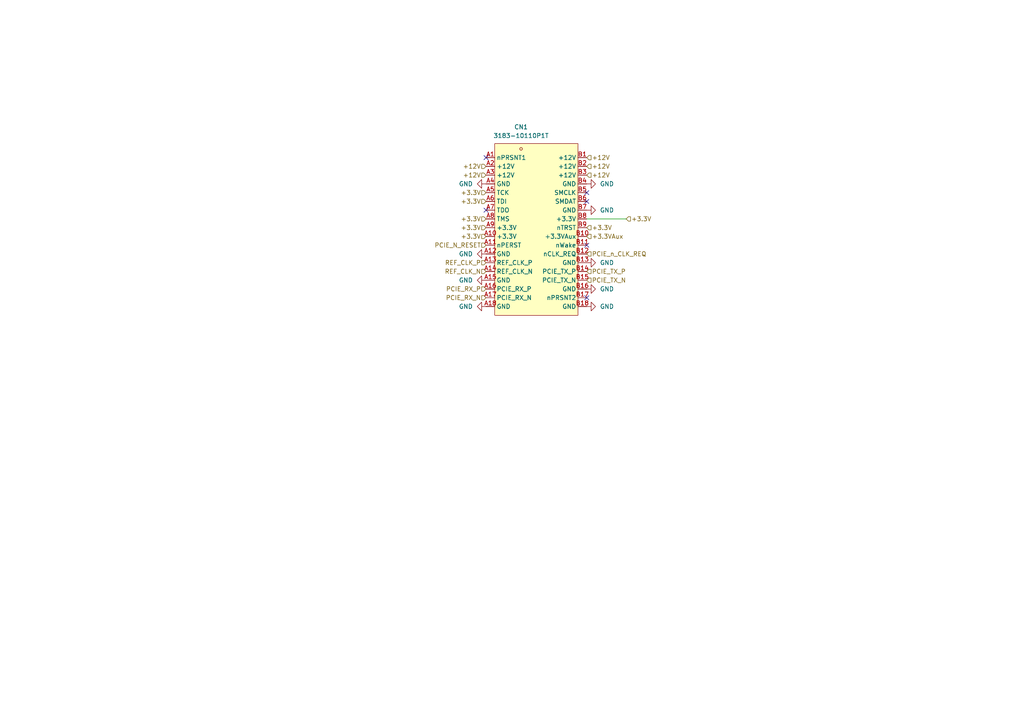
<source format=kicad_sch>
(kicad_sch (version 20230121) (generator eeschema)
  (paper "A4")
  (lib_symbols
    (symbol "NEW:3183-10110P1T"
      (property "Reference" "CN" (at 0 25.4 0))
      (property "Value" "3183-10110P1T" (at 0 -27.94 0))
      (symbol "3183-10110P1T_0_1"
        (rectangle (start -7.62 24.38) (end 16.51 -25.4) (fill (type background)))
        (circle (center 0 22.86) (radius 0.38))
        (pin unspecified line (at -10.16 20.32 0) (length 2.54) (name "nPRSNT1") (number "A1"))
        (pin unspecified line (at -10.16 -2.54 0) (length 2.54) (name "+3.3V") (number "A10"))
        (pin unspecified line (at -10.16 -5.08 0) (length 2.54) (name "nPERST") (number "A11"))
        (pin unspecified line (at -10.16 -7.62 0) (length 2.54) (name "GND") (number "A12"))
        (pin unspecified line (at -10.16 -10.16 0) (length 2.54) (name "REF_CLK_P") (number "A13"))
        (pin unspecified line (at -10.16 -12.7 0) (length 2.54) (name "REF_CLK_N") (number "A14"))
        (pin unspecified line (at -10.16 -15.24 0) (length 2.54) (name "GND") (number "A15"))
        (pin unspecified line (at -10.16 -17.78 0) (length 2.54) (name "PCIE_RX_P") (number "A16"))
        (pin unspecified line (at -10.16 -20.32 0) (length 2.54) (name "PCIE_RX_N") (number "A17"))
        (pin unspecified line (at -10.16 -22.86 0) (length 2.54) (name "GND") (number "A18"))
        (pin unspecified line (at -10.16 17.78 0) (length 2.54) (name "+12V") (number "A2"))
        (pin unspecified line (at -10.16 15.24 0) (length 2.54) (name "+12V") (number "A3"))
        (pin unspecified line (at -10.16 12.7 0) (length 2.54) (name "GND") (number "A4"))
        (pin unspecified line (at -10.16 10.16 0) (length 2.54) (name "TCK") (number "A5"))
        (pin unspecified line (at -10.16 7.62 0) (length 2.54) (name "TDI") (number "A6"))
        (pin unspecified line (at -10.16 5.08 0) (length 2.54) (name "TDO") (number "A7"))
        (pin unspecified line (at -10.16 2.54 0) (length 2.54) (name "TMS") (number "A8"))
        (pin unspecified line (at -10.16 0 0) (length 2.54) (name "+3.3V") (number "A9"))
        (pin unspecified line (at 19.05 20.32 180) (length 2.54) (name "+12V") (number "B1"))
        (pin unspecified line (at 19.05 -2.54 180) (length 2.54) (name "+3.3VAux") (number "B10"))
        (pin unspecified line (at 19.05 -5.08 180) (length 2.54) (name "nWake") (number "B11"))
        (pin unspecified line (at 19.05 -7.62 180) (length 2.54) (name "nCLK_REQ") (number "B12"))
        (pin unspecified line (at 19.05 -10.16 180) (length 2.54) (name "GND") (number "B13"))
        (pin unspecified line (at 19.05 -12.7 180) (length 2.54) (name "PCIE_TX_P") (number "B14"))
        (pin unspecified line (at 19.05 -15.24 180) (length 2.54) (name "PCIE_TX_N") (number "B15"))
        (pin unspecified line (at 19.05 -17.78 180) (length 2.54) (name "GND") (number "B16"))
        (pin unspecified line (at 19.05 -20.32 180) (length 2.54) (name "nPRSNT2") (number "B17"))
        (pin unspecified line (at 19.05 -22.86 180) (length 2.54) (name "GND") (number "B18"))
        (pin unspecified line (at 19.05 17.78 180) (length 2.54) (name "+12V") (number "B2"))
        (pin unspecified line (at 19.05 15.24 180) (length 2.54) (name "+12V") (number "B3"))
        (pin unspecified line (at 19.05 12.7 180) (length 2.54) (name "GND") (number "B4"))
        (pin unspecified line (at 19.05 10.16 180) (length 2.54) (name "SMCLK") (number "B5"))
        (pin unspecified line (at 19.05 7.62 180) (length 2.54) (name "SMDAT") (number "B6"))
        (pin unspecified line (at 19.05 5.08 180) (length 2.54) (name "GND") (number "B7"))
        (pin unspecified line (at 19.05 2.54 180) (length 2.54) (name "+3.3V") (number "B8"))
        (pin unspecified line (at 19.05 0 180) (length 2.54) (name "nTRST") (number "B9"))
      )
    )
    (symbol "power:GND" (power) (pin_names (offset 0))
      (property "Value" "GND" (at 0 -3.81 0))
      (symbol "GND_0_1"
        (polyline (pts (xy 0 0) (xy 0 -1.27) (xy 1.27 -1.27) (xy 0 -2.54) (xy -1.27 -1.27) (xy 0 -1.27)))
      )
      (symbol "GND_1_1"
        (pin power_in line (at 0 0 270) (length 0) hide (name "GND") (number "1"))
      )
    )
  )
  (no_connect (at 170.18 86.36))
  (no_connect (at 140.97 60.96))
  (no_connect (at 170.18 58.42))
  (no_connect (at 140.97 45.72))
  (no_connect (at 170.18 71.12))
  (no_connect (at 170.18 55.88))
  (wire (pts (xy 181.61 63.5) (xy 170.18 63.5)))
  (hierarchical_label "+12V" (shape input) (at 170.18 45.72 0))
  (hierarchical_label "PCIE_TX_N" (shape input) (at 170.18 81.28 0))
  (hierarchical_label "REF_CLK_N" (shape input) (at 140.97 78.74 180))
  (hierarchical_label "+12V" (shape input) (at 170.18 50.8 0))
  (hierarchical_label "PCIE_n_CLK_REQ" (shape input) (at 170.18 73.66 0))
  (hierarchical_label "REF_CLK_P" (shape input) (at 140.97 76.2 180))
  (hierarchical_label "+3.3V" (shape input) (at 170.18 66.04 0))
  (hierarchical_label "+12V" (shape input) (at 170.18 48.26 0))
  (hierarchical_label "PCIE_TX_P" (shape input) (at 170.18 78.74 0))
  (hierarchical_label "+3.3V" (shape input) (at 140.97 68.58 180))
  (hierarchical_label "+3.3V" (shape input) (at 140.97 66.04 180))
  (hierarchical_label "+3.3VAux" (shape input) (at 170.18 68.58 0))
  (hierarchical_label "PCIE_RX_P" (shape input) (at 140.97 83.82 180))
  (hierarchical_label "+12V" (shape input) (at 140.97 50.8 180))
  (hierarchical_label "+3.3V" (shape input) (at 140.97 63.5 180))
  (hierarchical_label "+3.3V" (shape input) (at 140.97 58.42 180))
  (hierarchical_label "+12V" (shape input) (at 140.97 48.26 180))
  (hierarchical_label "PCIE_RX_N" (shape input) (at 140.97 86.36 180))
  (hierarchical_label "+3.3V" (shape input) (at 181.61 63.5 0))
  (hierarchical_label "PCIE_N_RESET" (shape input) (at 140.97 71.12 180))
  (hierarchical_label "+3.3V" (shape input) (at 140.97 55.88 180))
  (symbol (lib_id "NEW:3183-10110P1T") (at 151.13 66.04 0) (unit 1)
    (property "Reference" "CN1" (at 151.13 36.83 0))
    (property "Value" "3183-10110P1T" (at 151.13 39.37 0))
    (property "Footprint" "NEW:CONN-TH_36P-P1.00-V_3183-XXXXXPXT" (effects hide))
    (property "Datasheet" "https://lcsc.com/product-detail/Card-Edge-Connectors_UMAX-3183-10110P1T_C404109.html" (effects hide))
    (property "LCSC Part" "C404109" (effects hide))
    (instances (project "switch" (path "" (reference "CN1") (unit 1)) (path "" (reference "CN2") (unit 1)) (path "" (reference "CN3") (unit 1))))
  )
  (symbol (lib_id "power:GND") (at 170.18 53.34 90) (unit 1)
    (property "Reference" "#PWR042" (effects hide))
    (property "Value" "GND" (at 173.99 53.34 90) (effects (justify right)))
    (instances (project "switch" (path "" (reference "#PWR042") (unit 1)) (path "" (reference "#PWR055") (unit 1)) (path "" (reference "#PWR064") (unit 1))))
  )
  (symbol (lib_id "power:GND") (at 140.97 81.28 270) (mirror x) (unit 1)
    (property "Reference" "#PWR048" (effects hide))
    (property "Value" "GND" (at 137.16 81.28 90) (effects (justify right)))
    (instances (project "switch" (path "" (reference "#PWR048") (unit 1)) (path "" (reference "#PWR053") (unit 1)) (path "" (reference "#PWR062") (unit 1))))
  )
  (symbol (lib_id "power:GND") (at 140.97 88.9 270) (mirror x) (unit 1)
    (property "Reference" "#PWR047" (effects hide))
    (property "Value" "GND" (at 137.16 88.9 90) (effects (justify right)))
    (instances (project "switch" (path "" (reference "#PWR047") (unit 1)) (path "" (reference "#PWR054") (unit 1)) (path "" (reference "#PWR063") (unit 1))))
  )
  (symbol (lib_id "power:GND") (at 170.18 60.96 90) (unit 1)
    (property "Reference" "#PWR043" (effects hide))
    (property "Value" "GND" (at 173.99 60.96 90) (effects (justify right)))
    (instances (project "switch" (path "" (reference "#PWR043") (unit 1)) (path "" (reference "#PWR056") (unit 1)) (path "" (reference "#PWR065") (unit 1))))
  )
  (symbol (lib_id "power:GND") (at 170.18 88.9 90) (unit 1)
    (property "Reference" "#PWR046" (effects hide))
    (property "Value" "GND" (at 173.99 88.9 90) (effects (justify right)))
    (instances (project "switch" (path "" (reference "#PWR046") (unit 1)) (path "" (reference "#PWR059") (unit 1)) (path "" (reference "#PWR068") (unit 1))))
  )
  (symbol (lib_id "power:GND") (at 140.97 73.66 270) (mirror x) (unit 1)
    (property "Reference" "#PWR049" (effects hide))
    (property "Value" "GND" (at 137.16 73.66 90) (effects (justify right)))
    (instances (project "switch" (path "" (reference "#PWR049") (unit 1)) (path "" (reference "#PWR052") (unit 1)) (path "" (reference "#PWR061") (unit 1))))
  )
  (symbol (lib_id "power:GND") (at 170.18 76.2 90) (unit 1)
    (property "Reference" "#PWR044" (effects hide))
    (property "Value" "GND" (at 173.99 76.2 90) (effects (justify right)))
    (instances (project "switch" (path "" (reference "#PWR044") (unit 1)) (path "" (reference "#PWR057") (unit 1)) (path "" (reference "#PWR066") (unit 1))))
  )
  (symbol (lib_id "power:GND") (at 170.18 83.82 90) (unit 1)
    (property "Reference" "#PWR045" (effects hide))
    (property "Value" "GND" (at 173.99 83.82 90) (effects (justify right)))
    (instances (project "switch" (path "" (reference "#PWR045") (unit 1)) (path "" (reference "#PWR058") (unit 1)) (path "" (reference "#PWR067") (unit 1))))
  )
  (symbol (lib_id "power:GND") (at 140.97 53.34 270) (mirror x) (unit 1)
    (property "Reference" "#PWR050" (effects hide))
    (property "Value" "GND" (at 137.16 53.34 90) (effects (justify right)))
    (instances (project "switch" (path "" (reference "#PWR050") (unit 1)) (path "" (reference "#PWR051") (unit 1)) (path "" (reference "#PWR060") (unit 1))))
  )
)
</source>
